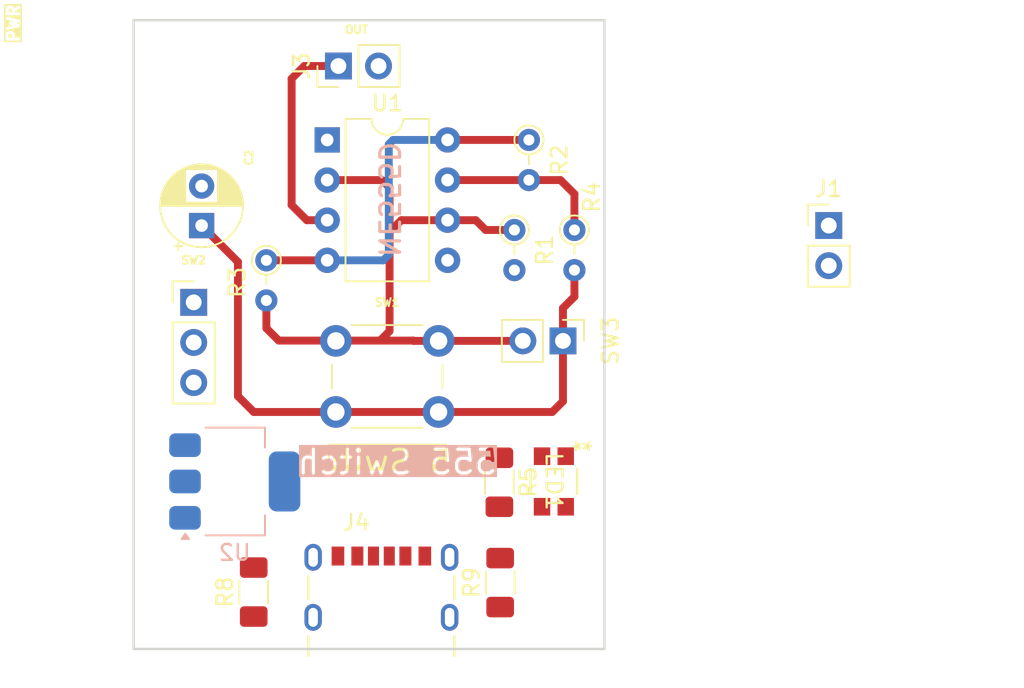
<source format=kicad_pcb>
(kicad_pcb (version 20240108) (generator "pcbnew") (generator_version "8.0")
  (layers (0 "F.Cu" signal) (31 "B.Cu" signal) (34 "B.Paste" user) (35 "F.Paste" user) (36 "B.SilkS" user "B.Silkscreen") (37 "F.SilkS" user "F.Silkscreen") (38 "B.Mask" user) (39 "F.Mask" user) (44 "Edge.Cuts" user))
  (net 0 "")
  (net 1 "Net-(C2-Pad1)")
  (net 2 "GND")
  (net 3 "Net-(U1-THR)")
  (net 4 "/VBAT")
  (net 5 "Net-(U1-DIS)")
  (net 7 "Net-(J4-CC1)")
  (net 8 "/VUSB")
  (net 9 "Net-(J3-Pin_1)")
  (net 10 "Net-(J4-CC2)")
  (net 12 "/3V3")
  (net 13 "Net-(LED1-GND-Pad1)")
  (net 14 "VCC")
  (footprint "Capacitor_THT:CP_Radial_D5.0mm_P2.50mm" (layer "F.Cu") (at 113.9 99.4 90)
    (property "Reference" "C2" (at 4.3 3 -90) (layer "F.SilkS") (effects (font (size 0.5 0.5) (thickness 0.125))))
    (property "Value" "10uF")
    (fp_line (start 1.29 -2.58) (end 1.29 2.58) (stroke (width 0.12)) (layer "F.SilkS"))
    (fp_line (start 1.25 -2.58) (end 1.25 2.58) (stroke (width 0.12)) (layer "F.SilkS"))
    (fp_line (start 1.33 -2.579) (end 1.33 2.579) (stroke (width 0.12)) (layer "F.SilkS"))
    (fp_line (start 1.37 -2.578) (end 1.37 2.578) (stroke (width 0.12)) (layer "F.SilkS"))
    (fp_line (start 1.41 -2.576) (end 1.41 2.576) (stroke (width 0.12)) (layer "F.SilkS"))
    (fp_line (start 1.45 -2.573) (end 1.45 2.573) (stroke (width 0.12)) (layer "F.SilkS"))
    (fp_line (start 1.49 -2.569) (end 1.49 -1.04) (stroke (width 0.12)) (layer "F.SilkS"))
    (fp_line (start 1.53 -2.565) (end 1.53 -1.04) (stroke (width 0.12)) (layer "F.SilkS"))
    (fp_line (start 1.57 -2.561) (end 1.57 -1.04) (stroke (width 0.12)) (layer "F.SilkS"))
    (fp_line (start 1.61 -2.556) (end 1.61 -1.04) (stroke (width 0.12)) (layer "F.SilkS"))
    (fp_line (start 1.65 -2.55) (end 1.65 -1.04) (stroke (width 0.12)) (layer "F.SilkS"))
    (fp_line (start 1.69 -2.543) (end 1.69 -1.04) (stroke (width 0.12)) (layer "F.SilkS"))
    (fp_line (start 1.73 -2.536) (end 1.73 -1.04) (stroke (width 0.12)) (layer "F.SilkS"))
    (fp_line (start 1.77 -2.528) (end 1.77 -1.04) (stroke (width 0.12)) (layer "F.SilkS"))
    (fp_line (start 1.81 -2.52) (end 1.81 -1.04) (stroke (width 0.12)) (layer "F.SilkS"))
    (fp_line (start 1.85 -2.511) (end 1.85 -1.04) (stroke (width 0.12)) (layer "F.SilkS"))
    (fp_line (start 1.89 -2.501) (end 1.89 -1.04) (stroke (width 0.12)) (layer "F.SilkS"))
    (fp_line (start 1.93 -2.491) (end 1.93 -1.04) (stroke (width 0.12)) (layer "F.SilkS"))
    (fp_line (start 1.971 -2.48) (end 1.971 -1.04) (stroke (width 0.12)) (layer "F.SilkS"))
    (fp_line (start 2.011 -2.468) (end 2.011 -1.04) (stroke (width 0.12)) (layer "F.SilkS"))
    (fp_line (start 2.051 -2.455) (end 2.051 -1.04) (stroke (width 0.12)) (layer "F.SilkS"))
    (fp_line (start 2.091 -2.442) (end 2.091 -1.04) (stroke (width 0.12)) (layer "F.SilkS"))
    (fp_line (start 2.131 -2.428) (end 2.131 -1.04) (stroke (width 0.12)) (layer "F.SilkS"))
    (fp_line (start 2.171 -2.414) (end 2.171 -1.04) (stroke (width 0.12)) (layer "F.SilkS"))
    (fp_line (start 2.211 -2.398) (end 2.211 -1.04) (stroke (width 0.12)) (layer "F.SilkS"))
    (fp_line (start 2.251 -2.382) (end 2.251 -1.04) (stroke (width 0.12)) (layer "F.SilkS"))
    (fp_line (start 2.291 -2.365) (end 2.291 -1.04) (stroke (width 0.12)) (layer "F.SilkS"))
    (fp_line (start 2.331 -2.348) (end 2.331 -1.04) (stroke (width 0.12)) (layer "F.SilkS"))
    (fp_line (start 2.371 -2.329) (end 2.371 -1.04) (stroke (width 0.12)) (layer "F.SilkS"))
    (fp_line (start 2.411 -2.31) (end 2.411 -1.04) (stroke (width 0.12)) (layer "F.SilkS"))
    (fp_line (start 2.451 -2.29) (end 2.451 -1.04) (stroke (width 0.12)) (layer "F.SilkS"))
    (fp_line (start 2.491 -2.268) (end 2.491 -1.04) (stroke (width 0.12)) (layer "F.SilkS"))
    (fp_line (start 2.531 -2.247) (end 2.531 -1.04) (stroke (width 0.12)) (layer "F.SilkS"))
    (fp_line (start 2.571 -2.224) (end 2.571 -1.04) (stroke (width 0.12)) (layer "F.SilkS"))
    (fp_line (start 2.611 -2.2) (end 2.611 -1.04) (stroke (width 0.12)) (layer "F.SilkS"))
    (fp_line (start 2.651 -2.175) (end 2.651 -1.04) (stroke (width 0.12)) (layer "F.SilkS"))
    (fp_line (start 2.691 -2.149) (end 2.691 -1.04) (stroke (width 0.12)) (layer "F.SilkS"))
    (fp_line (start 2.731 -2.122) (end 2.731 -1.04) (stroke (width 0.12)) (layer "F.SilkS"))
    (fp_line (start 2.771 -2.095) (end 2.771 -1.04) (stroke (width 0.12)) (layer "F.SilkS"))
    (fp_line (start 2.811 -2.065) (end 2.811 -1.04) (stroke (width 0.12)) (layer "F.SilkS"))
    (fp_line (start 2.851 -2.035) (end 2.851 -1.04) (stroke (width 0.12)) (layer "F.SilkS"))
    (fp_line (start 2.891 -2.004) (end 2.891 -1.04) (stroke (width 0.12)) (layer "F.SilkS"))
    (fp_line (start 2.931 -1.971) (end 2.931 -1.04) (stroke (width 0.12)) (layer "F.SilkS"))
    (fp_line (start 2.971 -1.937) (end 2.971 -1.04) (stroke (width 0.12)) (layer "F.SilkS"))
    (fp_line (start 3.011 -1.901) (end 3.011 -1.04) (stroke (width 0.12)) (layer "F.SilkS"))
    (fp_line (start 3.051 -1.864) (end 3.051 -1.04) (stroke (width 0.12)) (layer "F.SilkS"))
    (fp_line (start 3.091 -1.826) (end 3.091 -1.04) (stroke (width 0.12)) (layer "F.SilkS"))
    (fp_line (start 3.131 -1.785) (end 3.131 -1.04) (stroke (width 0.12)) (layer "F.SilkS"))
    (fp_line (start 3.171 -1.743) (end 3.171 -1.04) (stroke (width 0.12)) (layer "F.SilkS"))
    (fp_line (start -1.304775 -1.725) (end -1.304775 -1.225) (stroke (width 0.12)) (layer "F.SilkS"))
    (fp_line (start 3.211 -1.699) (end 3.211 -1.04) (stroke (width 0.12)) (layer "F.SilkS"))
    (fp_line (start 3.251 -1.653) (end 3.251 -1.04) (stroke (width 0.12)) (layer "F.SilkS"))
    (fp_line (start 3.291 -1.605) (end 3.291 -1.04) (stroke (width 0.12)) (layer "F.SilkS"))
    (fp_line (start 3.331 -1.554) (end 3.331 -1.04) (stroke (width 0.12)) (layer "F.SilkS"))
    (fp_line (start 3.371 -1.5) (end 3.371 -1.04) (stroke (width 0.12)) (layer "F.SilkS"))
    (fp_line (start -1.554775 -1.475) (end -1.054775 -1.475) (stroke (width 0.12)) (layer "F.SilkS"))
    (fp_line (start 3.411 -1.443) (end 3.411 -1.04) (stroke (width 0.12)) (layer "F.SilkS"))
    (fp_line (start 3.451 -1.383) (end 3.451 -1.04) (stroke (width 0.12)) (layer "F.SilkS"))
    (fp_line (start 3.491 -1.319) (end 3.491 -1.04) (stroke (width 0.12)) (layer "F.SilkS"))
    (fp_line (start 3.531 -1.251) (end 3.531 -1.04) (stroke (width 0.12)) (layer "F.SilkS"))
    (fp_line (start 3.571 -1.178) (end 3.571 1.178) (stroke (width 0.12)) (layer "F.SilkS"))
    (fp_line (start 3.611 -1.098) (end 3.611 1.098) (stroke (width 0.12)) (layer "F.SilkS"))
    (fp_line (start 3.651 -1.011) (end 3.651 1.011) (stroke (width 0.12)) (layer "F.SilkS"))
    (fp_line (start 3.691 -0.915) (end 3.691 0.915) (stroke (width 0.12)) (layer "F.SilkS"))
    (fp_line (start 3.731 -0.805) (end 3.731 0.805) (stroke (width 0.12)) (layer "F.SilkS"))
    (fp_line (start 3.771 -0.677) (end 3.771 0.677) (stroke (width 0.12)) (layer "F.SilkS"))
    (fp_line (start 3.811 -0.518) (end 3.811 0.518) (stroke (width 0.12)) (layer "F.SilkS"))
    (fp_line (start 3.851 -0.284) (end 3.851 0.284) (stroke (width 0.12)) (layer "F.SilkS"))
    (fp_line (start 3.531 1.04) (end 3.531 1.251) (stroke (width 0.12)) (layer "F.SilkS"))
    (fp_line (start 3.491 1.04) (end 3.491 1.319) (stroke (width 0.12)) (layer "F.SilkS"))
    (fp_line (start 3.451 1.04) (end 3.451 1.383) (stroke (width 0.12)) (layer "F.SilkS"))
    (fp_line (start 3.411 1.04) (end 3.411 1.443) (stroke (width 0.12)) (layer "F.SilkS"))
    (fp_line (start 3.371 1.04) (end 3.371 1.5) (stroke (width 0.12)) (layer "F.SilkS"))
    (fp_line (start 3.331 1.04) (end 3.331 1.554) (stroke (width 0.12)) (layer "F.SilkS"))
    (fp_line (start 3.291 1.04) (end 3.291 1.605) (stroke (width 0.12)) (layer "F.SilkS"))
    (fp_line (start 3.251 1.04) (end 3.251 1.653) (stroke (width 0.12)) (layer "F.SilkS"))
    (fp_line (start 3.211 1.04) (end 3.211 1.699) (stroke (width 0.12)) (layer "F.SilkS"))
    (fp_line (start 3.171 1.04) (end 3.171 1.743) (stroke (width 0.12)) (layer "F.SilkS"))
    (fp_line (start 3.131 1.04) (end 3.131 1.785) (stroke (width 0.12)) (layer "F.SilkS"))
    (fp_line (start 3.091 1.04) (end 3.091 1.826) (stroke (width 0.12)) (layer "F.SilkS"))
    (fp_line (start 3.051 1.04) (end 3.051 1.864) (stroke (width 0.12)) (layer "F.SilkS"))
    (fp_line (start 3.011 1.04) (end 3.011 1.901) (stroke (width 0.12)) (layer "F.SilkS"))
    (fp_line (start 2.971 1.04) (end 2.971 1.937) (stroke (width 0.12)) (layer "F.SilkS"))
    (fp_line (start 2.931 1.04) (end 2.931 1.971) (stroke (width 0.12)) (layer "F.SilkS"))
    (fp_line (start 2.891 1.04) (end 2.891 2.004) (stroke (width 0.12)) (layer "F.SilkS"))
    (fp_line (start 2.851 1.04) (end 2.851 2.035) (stroke (width 0.12)) (layer "F.SilkS"))
    (fp_line (start 2.811 1.04) (end 2.811 2.065) (stroke (width 0.12)) (layer "F.SilkS"))
    (fp_line (start 2.771 1.04) (end 2.771 2.095) (stroke (width 0.12)) (layer "F.SilkS"))
    (fp_line (start 2.731 1.04) (end 2.731 2.122) (stroke (width 0.12)) (layer "F.SilkS"))
    (fp_line (start 2.691 1.04) (end 2.691 2.149) (stroke (width 0.12)) (layer "F.SilkS"))
    (fp_line (start 2.651 1.04) (end 2.651 2.175) (stroke (width 0.12)) (layer "F.SilkS"))
    (fp_line (start 2.611 1.04) (end 2.611 2.2) (stroke (width 0.12)) (layer "F.SilkS"))
    (fp_line (start 2.571 1.04) (end 2.571 2.224) (stroke (width 0.12)) (layer "F.SilkS"))
    (fp_line (start 2.531 1.04) (end 2.531 2.247) (stroke (width 0.12)) (layer "F.SilkS"))
    (fp_line (start 2.491 1.04) (end 2.491 2.268) (stroke (width 0.12)) (layer "F.SilkS"))
    (fp_line (start 2.451 1.04) (end 2.451 2.29) (stroke (width 0.12)) (layer "F.SilkS"))
    (fp_line (start 2.411 1.04) (end 2.411 2.31) (stroke (width 0.12)) (layer "F.SilkS"))
    (fp_line (start 2.371 1.04) (end 2.371 2.329) (stroke (width 0.12)) (layer "F.SilkS"))
    (fp_line (start 2.331 1.04) (end 2.331 2.348) (stroke (width 0.12)) (layer "F.SilkS"))
    (fp_line (start 2.291 1.04) (end 2.291 2.365) (stroke (width 0.12)) (layer "F.SilkS"))
    (fp_line (start 2.251 1.04) (end 2.251 2.382) (stroke (width 0.12)) (layer "F.SilkS"))
    (fp_line (start 2.211 1.04) (end 2.211 2.398) (stroke (width 0.12)) (layer "F.SilkS"))
    (fp_line (start 2.171 1.04) (end 2.171 2.414) (stroke (width 0.12)) (layer "F.SilkS"))
    (fp_line (start 2.131 1.04) (end 2.131 2.428) (stroke (width 0.12)) (layer "F.SilkS"))
    (fp_line (start 2.091 1.04) (end 2.091 2.442) (stroke (width 0.12)) (layer "F.SilkS"))
    (fp_line (start 2.051 1.04) (end 2.051 2.455) (stroke (width 0.12)) (layer "F.SilkS"))
    (fp_line (start 2.011 1.04) (end 2.011 2.468) (stroke (width 0.12)) (layer "F.SilkS"))
    (fp_line (start 1.971 1.04) (end 1.971 2.48) (stroke (width 0.12)) (layer "F.SilkS"))
    (fp_line (start 1.93 1.04) (end 1.93 2.491) (stroke (width 0.12)) (layer "F.SilkS"))
    (fp_line (start 1.89 1.04) (end 1.89 2.501) (stroke (width 0.12)) (layer "F.SilkS"))
    (fp_line (start 1.85 1.04) (end 1.85 2.511) (stroke (width 0.12)) (layer "F.SilkS"))
    (fp_line (start 1.81 1.04) (end 1.81 2.52) (stroke (width 0.12)) (layer "F.SilkS"))
    (fp_line (start 1.77 1.04) (end 1.77 2.528) (stroke (width 0.12)) (layer "F.SilkS"))
    (fp_line (start 1.73 1.04) (end 1.73 2.536) (stroke (width 0.12)) (layer "F.SilkS"))
    (fp_line (start 1.69 1.04) (end 1.69 2.543) (stroke (width 0.12)) (layer "F.SilkS"))
    (fp_line (start 1.65 1.04) (end 1.65 2.55) (stroke (width 0.12)) (layer "F.SilkS"))
    (fp_line (start 1.61 1.04) (end 1.61 2.556) (stroke (width 0.12)) (layer "F.SilkS"))
    (fp_line (start 1.57 1.04) (end 1.57 2.561) (stroke (width 0.12)) (layer "F.SilkS"))
    (fp_line (start 1.53 1.04) (end 1.53 2.565) (stroke (width 0.12)) (layer "F.SilkS"))
    (fp_line (start 1.49 1.04) (end 1.49 2.569) (stroke (width 0.12)) (layer "F.SilkS"))
    (fp_circle (center 1.25 0) (end 3.87 0) (stroke (width 0.12)) (fill none) (layer "F.SilkS"))
    (pad "1" thru_hole rect (at 0 0 90) (size 1.6 1.6) (drill 0.8) (layers "*.Cu" "*.Mask") (net 1 "Net-(C2-Pad1)"))
    (pad "2" thru_hole circle (at 2.5 0 90) (size 1.6 1.6) (drill 0.8) (layers "*.Cu" "*.Mask") (net 2 "GND"))
  )
  (footprint "Package_DIP:DIP-8_W7.62mm" (layer "F.Cu") (at 121.85 93.98)
    (property "Reference" "U1" (at 3.81 -2.33 0) (layer "F.SilkS"))
    (property "Value" "NE555D")
    (fp_line (start 1.16 -1.33) (end 1.16 8.95) (stroke (width 0.12)) (layer "F.SilkS"))
    (fp_line (start 1.16 8.95) (end 6.46 8.95) (stroke (width 0.12)) (layer "F.SilkS"))
    (fp_line (start 2.81 -1.33) (end 1.16 -1.33) (stroke (width 0.12)) (layer "F.SilkS"))
    (fp_line (start 6.46 -1.33) (end 4.81 -1.33) (stroke (width 0.12)) (layer "F.SilkS"))
    (fp_line (start 6.46 8.95) (end 6.46 -1.33) (stroke (width 0.12)) (layer "F.SilkS"))
    (fp_arc (start 4.81 -1.33) (mid 3.81 -0.33) (end 2.81 -1.33) (stroke (width 0.12)) (layer "F.SilkS"))
    (pad "1" thru_hole rect (at 0 0) (size 1.6 1.6) (drill 0.8) (layers "*.Cu" "*.Mask") (net 2 "GND"))
    (pad "2" thru_hole oval (at 0 2.54) (size 1.6 1.6) (drill 0.8) (layers "*.Cu" "*.Mask") (net 3 "Net-(U1-THR)"))
    (pad "3" thru_hole oval (at 0 5.08) (size 1.6 1.6) (drill 0.8) (layers "*.Cu" "*.Mask") (net 9 "Net-(J3-Pin_1)"))
    (pad "4" thru_hole oval (at 0 7.62) (size 1.6 1.6) (drill 0.8) (layers "*.Cu" "*.Mask") (net 14 "VCC"))
    (pad "5" thru_hole oval (at 7.62 7.62) (size 1.6 1.6) (drill 0.8) (layers "*.Cu" "*.Mask"))
    (pad "6" thru_hole oval (at 7.62 5.08) (size 1.6 1.6) (drill 0.8) (layers "*.Cu" "*.Mask") (net 3 "Net-(U1-THR)"))
    (pad "7" thru_hole oval (at 7.62 2.54) (size 1.6 1.6) (drill 0.8) (layers "*.Cu" "*.Mask") (net 5 "Net-(U1-DIS)"))
    (pad "8" thru_hole oval (at 7.62 0) (size 1.6 1.6) (drill 0.8) (layers "*.Cu" "*.Mask") (net 14 "VCC"))
  )
  (footprint "Resistor_THT:R_Axial_DIN0204_L3.6mm_D1.6mm_P2.54mm_Vertical" (layer "F.Cu") (at 137.5 99.68 -90)
    (property "Reference" "R4" (at -2.08 -1.1 90) (layer "F.SilkS"))
    (property "Value" "10k")
    (fp_line (start 0.92 0) (end 1.54 0) (stroke (width 0.12)) (layer "F.SilkS"))
    (fp_circle (center 0 0) (end 0.92 0) (stroke (width 0.12)) (fill none) (layer "F.SilkS"))
    (pad "1" thru_hole circle (at 0 0 270) (size 1.4 1.4) (drill 0.7) (layers "*.Cu" "*.Mask") (net 5 "Net-(U1-DIS)"))
    (pad "2" thru_hole oval (at 2.54 0 270) (size 1.4 1.4) (drill 0.7) (layers "*.Cu" "*.Mask") (net 1 "Net-(C2-Pad1)"))
  )
  (footprint "Resistor_SMD:R_1206_3216Metric_Pad1.30x1.75mm_HandSolder" (layer "F.Cu") (at 132.750001 115.6502 -90)
    (property "Reference" "R5" (at 0 -1.82 90) (layer "F.SilkS"))
    (property "Value" "5k1")
    (fp_line (start -0.727064 0.91) (end 0.727064 0.91) (stroke (width 0.12)) (layer "F.SilkS"))
    (fp_line (start -0.727064 -0.91) (end 0.727064 -0.91) (stroke (width 0.12)) (layer "F.SilkS"))
    (pad "1" smd roundrect (at -1.55 0 270) (size 1.3 1.75) (layers "F.Cu" "F.Paste" "F.Mask") (roundrect_rratio 0.192308) (net 2 "GND"))
    (pad "2" smd roundrect (at 1.55 0 270) (size 1.3 1.75) (layers "F.Cu" "F.Paste" "F.Mask") (roundrect_rratio 0.192308) (net 13 "Net-(LED1-GND-Pad1)"))
  )
  (footprint "Connector_PinHeader_2.54mm:PinHeader_1x02_P2.54mm_Vertical" (layer "F.Cu") (at 153.6 99.4)
    (property "Reference" "J1" (at 0 -2.33 0) (layer "F.SilkS"))
    (property "Value" "3V3")
    (fp_line (start -1.33 -1.33) (end 0 -1.33) (stroke (width 0.12)) (layer "F.SilkS"))
    (fp_line (start -1.33 0) (end -1.33 -1.33) (stroke (width 0.12)) (layer "F.SilkS"))
    (fp_line (start -1.33 1.27) (end -1.33 3.87) (stroke (width 0.12)) (layer "F.SilkS"))
    (fp_line (start -1.33 1.27) (end 1.33 1.27) (stroke (width 0.12)) (layer "F.SilkS"))
    (fp_line (start -1.33 3.87) (end 1.33 3.87) (stroke (width 0.12)) (layer "F.SilkS"))
    (fp_line (start 1.33 1.27) (end 1.33 3.87) (stroke (width 0.12)) (layer "F.SilkS"))
    (pad "1" thru_hole rect (at 0 0) (size 1.7 1.7) (drill 1) (layers "*.Cu" "*.Mask") (net 4 "/VBAT"))
    (pad "2" thru_hole oval (at 0 2.54) (size 1.7 1.7) (drill 1) (layers "*.Cu" "*.Mask") (net 2 "GND"))
  )
  (footprint "Alexander Footprint Library:USB-C MOLEX 2171750001" (layer "F.Cu") (at 125.28 126.8)
    (property "Reference" "J4" (at -1.5875 -8.605 0) (layer "F.SilkS"))
    (property "Value" "USB-C_Receptacle_PowerOnly_6P_MOLEX-2171750001")
    (fp_line (start -4.62 -3.75) (end -4.62 -5.2) (stroke (width 0.15)) (layer "F.SilkS"))
    (fp_line (start -4.62 -0.15) (end -4.62 -1.4) (stroke (width 0.15)) (layer "F.SilkS"))
    (fp_line (start 4.62 -3.75) (end 4.62 -5.2) (stroke (width 0.15)) (layer "F.SilkS"))
    (fp_line (start 4.62 -0.15) (end 4.62 -1.4) (stroke (width 0.15)) (layer "F.SilkS"))
    (pad "A5" smd rect (at -0.5 -6.48) (size 0.7 1.2) (layers "F.Cu" "F.Paste") (net 7 "Net-(J4-CC1)"))
    (pad "A9" smd rect (at 1.52 -6.48) (size 0.76 1.2) (layers "F.Cu" "F.Paste") (net 8 "/VUSB"))
    (pad "A12" smd rect (at 2.75 -6.48) (size 0.8 1.2) (layers "F.Cu" "F.Paste") (net 2 "GND"))
    (pad "B5" smd rect (at 0.5 -6.48) (size 0.7 1.2) (layers "F.Cu" "F.Paste") (net 10 "Net-(J4-CC2)"))
    (pad "B9" smd rect (at -1.52 -6.48) (size 0.76 1.2) (layers "F.Cu" "F.Paste") (net 8 "/VUSB"))
    (pad "B12" smd rect (at -2.75 -6.48) (size 0.8 1.2) (layers "F.Cu" "F.Paste") (net 2 "GND"))
    (pad "S1" thru_hole oval (at -4.32 -2.6) (size 1.1 1.7) (drill oval 0.6 1.2) (layers "*.Cu" "*.Mask") (net 2 "GND"))
    (pad "S2" thru_hole oval (at 4.32 -2.6) (size 1.1 1.7) (drill oval 0.6 1.2) (layers "*.Cu" "*.Mask") (net 2 "GND"))
    (pad "S3" thru_hole oval (at -4.32 -6.4) (size 1.1 1.7) (drill oval 0.6 1.2) (layers "*.Cu" "*.Mask") (net 2 "GND"))
    (pad "S4" thru_hole oval (at 4.32 -6.4) (size 1.1 1.7) (drill oval 0.6 1.2) (layers "*.Cu" "*.Mask") (net 2 "GND"))
  )
  (footprint "Alexander Footprint Library:B1552_HVK-M" (layer "F.Cu") (at 136.2 115.6 -90)
    (property "Reference" "LED1" (at 0 0 -90) (layer "F.SilkS"))
    (property "Value" "LED-RED-GREEN-B1552USUG20D")
    (fp_line (start -0.777373 1.4732) (end 0.777373 1.4732) (stroke (width 0.1524)) (layer "F.SilkS"))
    (fp_line (start -0.777373 -1.4732) (end 0.777373 -1.4732) (stroke (width 0.1524)) (layer "F.SilkS"))
    (fp_text user "*" (at -2.2352 -1.8041 -90) (layer "F.SilkS"))
    (fp_text user "*" (at -2.2352 -1.8041 90) (layer "F.SilkS"))
    (pad "1" smd rect (at -1.6002 -0.750001 270) (size 1.1176 1.0414) (layers "F.Cu" "F.Paste" "F.Mask") (net 13 "Net-(LED1-GND-Pad1)"))
    (pad "2" smd rect (at -1.6002 0.750001 270) (size 1.1176 1.0414) (layers "F.Cu" "F.Paste" "F.Mask") (net 14 "VCC"))
    (pad "3" smd rect (at 1.6002 0.750001 270) (size 1.1176 1.0414) (layers "F.Cu" "F.Paste" "F.Mask"))
    (pad "4" smd rect (at 1.6002 -0.750001 270) (size 1.1176 1.0414) (layers "F.Cu" "F.Paste" "F.Mask") (net 13 "Net-(LED1-GND-Pad1)"))
  )
  (footprint "Resistor_SMD:R_1206_3216Metric_Pad1.30x1.75mm_HandSolder" (layer "F.Cu") (at 117.2 122.6 90)
    (property "Reference" "R8" (at 0 -1.82 90) (layer "F.SilkS"))
    (property "Value" "5K7")
    (fp_line (start -0.727064 -0.91) (end 0.727064 -0.91) (stroke (width 0.12)) (layer "F.SilkS"))
    (fp_line (start -0.727064 0.91) (end 0.727064 0.91) (stroke (width 0.12)) (layer "F.SilkS"))
    (pad "1" smd roundrect (at -1.55 0 90) (size 1.3 1.75) (layers "F.Cu" "F.Paste" "F.Mask") (roundrect_rratio 0.192308) (net 2 "GND"))
    (pad "2" smd roundrect (at 1.55 0 90) (size 1.3 1.75) (layers "F.Cu" "F.Paste" "F.Mask") (roundrect_rratio 0.192308) (net 7 "Net-(J4-CC1)"))
  )
  (footprint "Connector_PinHeader_2.54mm:PinHeader_1x03_P2.54mm_Vertical" (layer "F.Cu") (at 113.4 104.26)
    (property "Reference" "SW2" (at -0.008 -2.672 360) (layer "F.SilkS") (effects (font (size 0.5 0.5) (thickness 0.125))))
    (property "Value" "SW_SPDT")
    (fp_line (start -1.33 -1.33) (end 0 -1.33) (stroke (width 0.12)) (layer "F.SilkS"))
    (fp_line (start -1.33 0) (end -1.33 -1.33) (stroke (width 0.12)) (layer "F.SilkS"))
    (fp_line (start -1.33 1.27) (end -1.33 6.41) (stroke (width 0.12)) (layer "F.SilkS"))
    (fp_line (start -1.33 1.27) (end 1.33 1.27) (stroke (width 0.12)) (layer "F.SilkS"))
    (fp_line (start -1.33 6.41) (end 1.33 6.41) (stroke (width 0.12)) (layer "F.SilkS"))
    (fp_line (start 1.33 1.27) (end 1.33 6.41) (stroke (width 0.12)) (layer "F.SilkS"))
    (pad "1" thru_hole rect (at 0 0) (size 1.7 1.7) (drill 1) (layers "*.Cu" "*.Mask") (net 4 "/VBAT"))
    (pad "2" thru_hole oval (at 0 2.54) (size 1.7 1.7) (drill 1) (layers "*.Cu" "*.Mask") (net 14 "VCC"))
    (pad "3" thru_hole oval (at 0 5.08) (size 1.7 1.7) (drill 1) (layers "*.Cu" "*.Mask") (net 12 "/3V3"))
  )
  (footprint "Resistor_SMD:R_1206_3216Metric_Pad1.30x1.75mm_HandSolder" (layer "F.Cu") (at 132.8 122 90)
    (property "Reference" "R9" (at 0 -1.82 90) (layer "F.SilkS"))
    (property "Value" "5K7")
    (fp_line (start -0.727064 -0.91) (end 0.727064 -0.91) (stroke (width 0.12)) (layer "F.SilkS"))
    (fp_line (start -0.727064 0.91) (end 0.727064 0.91) (stroke (width 0.12)) (layer "F.SilkS"))
    (pad "1" smd roundrect (at -1.55 0 90) (size 1.3 1.75) (layers "F.Cu" "F.Paste" "F.Mask") (roundrect_rratio 0.192308) (net 2 "GND"))
    (pad "2" smd roundrect (at 1.55 0 90) (size 1.3 1.75) (layers "F.Cu" "F.Paste" "F.Mask") (roundrect_rratio 0.192308) (net 10 "Net-(J4-CC2)"))
  )
  (footprint "Resistor_THT:R_Axial_DIN0204_L3.6mm_D1.6mm_P2.54mm_Vertical" (layer "F.Cu") (at 133.7 99.68 -90)
    (property "Reference" "R1" (at 1.27 -1.92 90) (layer "F.SilkS"))
    (property "Value" "10k")
    (fp_line (start 0.92 0) (end 1.54 0) (stroke (width 0.12)) (layer "F.SilkS"))
    (fp_circle (center 0 0) (end 0.92 0) (stroke (width 0.12)) (fill none) (layer "F.SilkS"))
    (pad "1" thru_hole circle (at 0 0 270) (size 1.4 1.4) (drill 0.7) (layers "*.Cu" "*.Mask") (net 3 "Net-(U1-THR)"))
    (pad "2" thru_hole oval (at 2.54 0 270) (size 1.4 1.4) (drill 0.7) (layers "*.Cu" "*.Mask") (net 2 "GND"))
  )
  (footprint "Resistor_THT:R_Axial_DIN0204_L3.6mm_D1.6mm_P2.54mm_Vertical" (layer "F.Cu") (at 134.62 93.98 -90)
    (property "Reference" "R2" (at 1.27 -1.92 90) (layer "F.SilkS"))
    (property "Value" "10k")
    (fp_line (start 0.92 0) (end 1.54 0) (stroke (width 0.12)) (layer "F.SilkS"))
    (fp_circle (center 0 0) (end 0.92 0) (stroke (width 0.12)) (fill none) (layer "F.SilkS"))
    (pad "1" thru_hole circle (at 0 0 270) (size 1.4 1.4) (drill 0.7) (layers "*.Cu" "*.Mask") (net 14 "VCC"))
    (pad "2" thru_hole oval (at 2.54 0 270) (size 1.4 1.4) (drill 0.7) (layers "*.Cu" "*.Mask") (net 5 "Net-(U1-DIS)"))
  )
  (footprint "Connector_PinHeader_2.54mm:PinHeader_1x02_P2.54mm_Vertical" (layer "F.Cu") (at 122.56 89.3 90)
    (property "Reference" "J3" (at 0 -2.33 -90) (layer "F.SilkS"))
    (property "Value" "OUT")
    (fp_line (start -1.33 -1.33) (end 0 -1.33) (stroke (width 0.12)) (layer "F.SilkS"))
    (fp_line (start -1.33 0) (end -1.33 -1.33) (stroke (width 0.12)) (layer "F.SilkS"))
    (fp_line (start 1.33 1.27) (end 1.33 3.87) (stroke (width 0.12)) (layer "F.SilkS"))
    (fp_line (start -1.33 1.27) (end 1.33 1.27) (stroke (width 0.12)) (layer "F.SilkS"))
    (fp_line (start -1.33 1.27) (end -1.33 3.87) (stroke (width 0.12)) (layer "F.SilkS"))
    (fp_line (start -1.33 3.87) (end 1.33 3.87) (stroke (width 0.12)) (layer "F.SilkS"))
    (pad "1" thru_hole rect (at 0 0 90) (size 1.7 1.7) (drill 1) (layers "*.Cu" "*.Mask") (net 9 "Net-(J3-Pin_1)"))
    (pad "2" thru_hole oval (at 0 2.54 90) (size 1.7 1.7) (drill 1) (layers "*.Cu" "*.Mask") (net 2 "GND"))
  )
  (footprint "Connector_PinHeader_2.54mm:PinHeader_1x02_P2.54mm_Vertical" (layer "F.Cu") (at 136.775 106.7 -90)
    (property "Reference" "SW3" (at 0 -3 90) (layer "F.SilkS"))
    (property "Value" "SW_Reed")
    (fp_line (start -1.33 3.87) (end 1.33 3.87) (stroke (width 0.12)) (layer "F.SilkS"))
    (fp_line (start -1.33 1.27) (end -1.33 3.87) (stroke (width 0.12)) (layer "F.SilkS"))
    (fp_line (start -1.33 1.27) (end 1.33 1.27) (stroke (width 0.12)) (layer "F.SilkS"))
    (fp_line (start 1.33 1.27) (end 1.33 3.87) (stroke (width 0.12)) (layer "F.SilkS"))
    (fp_line (start -1.33 0) (end -1.33 -1.33) (stroke (width 0.12)) (layer "F.SilkS"))
    (fp_line (start -1.33 -1.33) (end 0 -1.33) (stroke (width 0.12)) (layer "F.SilkS"))
    (pad "1" thru_hole rect (at 0 0 270) (size 1.7 1.7) (drill 1) (layers "*.Cu" "*.Mask") (net 1 "Net-(C2-Pad1)"))
    (pad "2" thru_hole oval (at 0 2.54 270) (size 1.7 1.7) (drill 1) (layers "*.Cu" "*.Mask") (net 3 "Net-(U1-THR)"))
  )
  (footprint "Resistor_THT:R_Axial_DIN0204_L3.6mm_D1.6mm_P2.54mm_Vertical" (layer "F.Cu") (at 118 101.6 -90)
    (property "Reference" "R3" (at 1.4 1.84 90) (layer "F.SilkS"))
    (property "Value" "10k")
    (fp_line (start 0.92 0) (end 1.54 0) (stroke (width 0.12)) (layer "F.SilkS"))
    (fp_circle (center 0 0) (end 0.92 0) (stroke (width 0.12)) (fill none) (layer "F.SilkS"))
    (pad "1" thru_hole circle (at 0 0 270) (size 1.4 1.4) (drill 0.7) (layers "*.Cu" "*.Mask") (net 14 "VCC"))
    (pad "2" thru_hole oval (at 2.54 0 270) (size 1.4 1.4) (drill 0.7) (layers "*.Cu" "*.Mask") (net 3 "Net-(U1-THR)"))
  )
  (footprint "Button_Switch_THT:SW_PUSH_6mm" (layer "F.Cu") (at 122.4 106.7)
    (property "Reference" "SW1" (at 3.25 -2.43 0) (layer "F.SilkS") (effects (font (size 0.5 0.5) (thickness 0.125))))
    (property "Value" "SW_Push")
    (fp_line (start -0.25 1.5) (end -0.25 3) (stroke (width 0.12)) (layer "F.SilkS"))
    (fp_line (start 1 5.5) (end 5.5 5.5) (stroke (width 0.12)) (layer "F.SilkS"))
    (fp_line (start 5.5 -1) (end 1 -1) (stroke (width 0.12)) (layer "F.SilkS"))
    (fp_line (start 6.75 3) (end 6.75 1.5) (stroke (width 0.12)) (layer "F.SilkS"))
    (pad "1" thru_hole circle (at 0 0 90) (size 2 2) (drill 1.1) (layers "*.Cu" "*.Mask") (net 3 "Net-(U1-THR)"))
    (pad "1" thru_hole circle (at 6.5 0 90) (size 2 2) (drill 1.1) (layers "*.Cu" "*.Mask") (net 3 "Net-(U1-THR)"))
    (pad "2" thru_hole circle (at 0 4.5 90) (size 2 2) (drill 1.1) (layers "*.Cu" "*.Mask") (net 1 "Net-(C2-Pad1)"))
    (pad "2" thru_hole circle (at 6.5 4.5 90) (size 2 2) (drill 1.1) (layers "*.Cu" "*.Mask") (net 1 "Net-(C2-Pad1)"))
  )
  (footprint "Package_TO_SOT_SMD:SOT-223-3_TabPin2" (layer "B.Cu") (at 116 115.6)
    (property "Reference" "U2" (at 0 4.5 0) (layer "B.SilkS") (effects (justify mirror)))
    (property "Value" "AMS1117-3V3")
    (fp_line (start 1.91 -3.41) (end -1.85 -3.41) (stroke (width 0.12)) (layer "B.SilkS"))
    (fp_line (start 1.91 -2.15) (end 1.91 -3.41) (stroke (width 0.12)) (layer "B.SilkS"))
    (fp_line (start 1.91 2.15) (end 1.91 3.41) (stroke (width 0.12)) (layer "B.SilkS"))
    (fp_line (start 1.91 3.41) (end -1.85 3.41) (stroke (width 0.12)) (layer "B.SilkS"))
    (fp_poly (pts (xy -3.13 3.31) (xy -3.37 3.64) (xy -2.89 3.64) (xy -3.13 3.31)) (stroke (width 0.12)) (fill solid) (layer "B.SilkS"))
    (pad "1" smd roundrect (at -3.15 2.3) (size 2 1.5) (layers "B.Cu" "B.Paste" "B.Mask") (net 8 "/VUSB"))
    (pad "2" smd roundrect (at -3.15 0) (size 2 1.5) (layers "B.Cu" "B.Paste" "B.Mask") (net 2 "GND"))
    (pad "2" smd roundrect (at 3.15 0) (size 2 3.8) (layers "B.Cu" "B.Paste" "B.Mask") (net 2 "GND"))
    (pad "3" smd roundrect (at -3.15 -2.3) (size 2 1.5) (layers "B.Cu" "B.Paste" "B.Mask") (net 12 "/3V3"))
  )
  (gr_rect (start 109.6 86.4) (end 139.4 126.2) (stroke (width 0.15)) (fill none) (layer "Edge.Cuts"))
  (gr_text "NE555D" (at 125.75 97.75 270) (layer "B.SilkS") (effects (font (size 1.25 1.25) (thickness 0.2) (bold yes)) (justify mirror)))
  (gr_text "555 Switch" (at 132.75 115.25 0) (layer "B.SilkS" knockout) (effects (font (size 1.5 1.5) (thickness 0.2) (bold yes)) (justify left bottom mirror)))
  (gr_text "PWR" (at 102 86.6 90) (layer "F.SilkS" knockout) (effects (font (size 0.75 0.75) (thickness 0.1875) (bold yes))))
  (gr_text "ON / OFF" (at 121.8 114.6 0) (layer "F.SilkS" knockout) (effects (font (size 1 1) (thickness 0.2) (bold yes)) (justify left bottom)))
  (gr_text "OUT" (at 123.7 87 0) (layer "F.SilkS") (effects (font (size 0.5 0.5) (thickness 0.125) (bold yes))))
  (segment (start 137.5 103.9) (end 137.5 102.22) (width 0.5) (layer "F.Cu") (net 1))
  (segment (start 136.775 110.525) (end 136.775 106.7) (width 0.5) (layer "F.Cu") (net 1))
  (segment (start 136.775 106.7) (end 136.775 104.625) (width 0.5) (layer "F.Cu") (net 1))
  (segment (start 116.2 110.2) (end 117.2 111.2) (width 0.5) (layer "F.Cu") (net 1))
  (segment (start 113.9 99.4) (end 116.2 101.7) (width 0.5) (layer "F.Cu") (net 1))
  (segment (start 136.775 104.625) (end 137.5 103.9) (width 0.5) (layer "F.Cu") (net 1))
  (segment (start 117.2 111.2) (end 122.4 111.2) (width 0.5) (layer "F.Cu") (net 1))
  (segment (start 128.9 111.2) (end 136.1 111.2) (width 0.5) (layer "F.Cu") (net 1))
  (segment (start 136.1 111.2) (end 136.775 110.525) (width 0.5) (layer "F.Cu") (net 1))
  (segment (start 122.4 111.2) (end 128.9 111.2) (width 0.5) (layer "F.Cu") (net 1))
  (segment (start 116.2 101.7) (end 116.2 110.2) (width 0.5) (layer "F.Cu") (net 1))
  (segment (start 118 105.9) (end 118 104.14) (width 0.5) (layer "F.Cu") (net 3))
  (segment (start 128.9 106.7) (end 134.235 106.7) (width 0.5) (layer "F.Cu") (net 3))
  (segment (start 125.8 99.8) (end 125.8 106.08) (width 0.5) (layer "F.Cu") (net 3))
  (segment (start 125.8 97) (end 125.8 99.8) (width 0.5) (layer "F.Cu") (net 3))
  (segment (start 129.54 99.06) (end 126.54 99.06) (width 0.5) (layer "F.Cu") (net 3))
  (segment (start 125.8 106.08) (end 125.2 106.68) (width 0.5) (layer "F.Cu") (net 3))
  (segment (start 118.78 106.68) (end 118 105.9) (width 0.5) (layer "F.Cu") (net 3))
  (segment (start 131.88 99.68) (end 133.7 99.68) (width 0.5) (layer "F.Cu") (net 3))
  (segment (start 129.54 99.06) (end 131.26 99.06) (width 0.5) (layer "F.Cu") (net 3))
  (segment (start 127.29 106.68) (end 127.31 106.7) (width 0.5) (layer "F.Cu") (net 3))
  (segment (start 127.31 106.7) (end 128.9 106.7) (width 0.5) (layer "F.Cu") (net 3))
  (segment (start 125.32 96.52) (end 125.8 97) (width 0.5) (layer "F.Cu") (net 3))
  (segment (start 125.2 106.68) (end 118.78 106.68) (width 0.5) (layer "F.Cu") (net 3))
  (segment (start 121.92 96.52) (end 125.32 96.52) (width 0.5) (layer "F.Cu") (net 3))
  (segment (start 125.2 106.68) (end 127.29 106.68) (width 0.5) (layer "F.Cu") (net 3))
  (segment (start 131.26 99.06) (end 131.88 99.68) (width 0.5) (layer "F.Cu") (net 3))
  (segment (start 126.54 99.06) (end 125.8 99.8) (width 0.5) (layer "F.Cu") (net 3))
  (segment (start 129.54 96.52) (end 134.62 96.52) (width 0.5) (layer "F.Cu") (net 5))
  (segment (start 137.5 97.4) (end 137.5 99.68) (width 0.5) (layer "F.Cu") (net 5))
  (segment (start 136.62 96.52) (end 137.5 97.4) (width 0.5) (layer "F.Cu") (net 5))
  (segment (start 134.62 96.52) (end 136.62 96.52) (width 0.5) (layer "F.Cu") (net 5))
  (segment (start 121.92 99.06) (end 120.56 99.06) (width 0.5) (layer "F.Cu") (net 9))
  (segment (start 120.4 89.3) (end 122.56 89.3) (width 0.5) (layer "F.Cu") (net 9))
  (segment (start 120.56 99.06) (end 119.6 98.1) (width 0.5) (layer "F.Cu") (net 9))
  (segment (start 119.6 90.1) (end 120.4 89.3) (width 0.5) (layer "F.Cu") (net 9))
  (segment (start 119.6 98.1) (end 119.6 90.1) (width 0.5) (layer "F.Cu") (net 9))
  (segment (start 129.54 93.98) (end 134.62 93.98) (width 0.5) (layer "F.Cu") (net 14))
  (segment (start 118 101.6) (end 121.92 101.6) (width 0.5) (layer "F.Cu") (net 14))
  (segment (start 125.75 94.25) (end 126.02 93.98) (width 0.5) (layer "B.Cu") (net 14))
  (segment (start 125.4 101.6) (end 125.75 101.25) (width 0.5) (layer "B.Cu") (net 14))
  (segment (start 125.75 101.25) (end 125.75 94.25) (width 0.5) (layer "B.Cu") (net 14))
  (segment (start 121.92 101.6) (end 125.4 101.6) (width 0.5) (layer "B.Cu") (net 14))
  (segment (start 126.02 93.98) (end 129.54 93.98) (width 0.5) (layer "B.Cu") (net 14))
)
</source>
